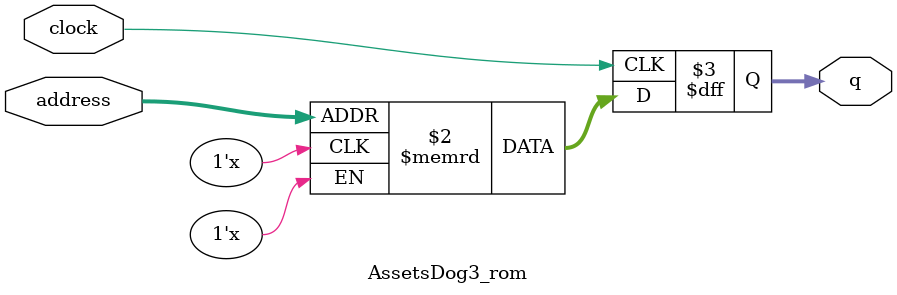
<source format=sv>
module AssetsDog3_rom (
	input logic clock,
	input logic [11:0] address,
	output logic [3:0] q
);

logic [3:0] memory [0:2235] /* synthesis ram_init_file = "./AssetsDog3/AssetsDog3.mif" */;

always_ff @ (posedge clock) begin
	q <= memory[address];
end

endmodule

</source>
